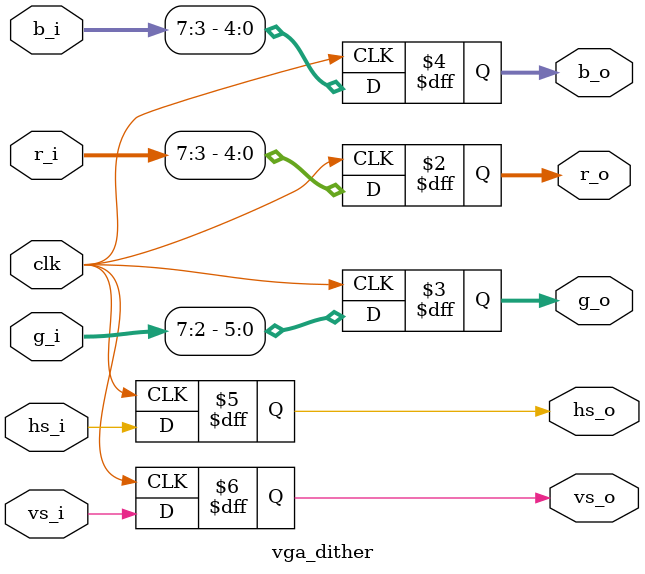
<source format=v>

module vga_dither (
	input        clk,

	input  [7:0] r_i,
	input  [7:0] g_i,
	input  [7:0] b_i,
	input        hs_i,
	input        vs_i,

	output reg [4:0] r_o,
	output reg [5:0] g_o,
	output reg [4:0] b_o,
	output reg       hs_o,
	output reg       vs_o
	);

	always @(posedge clk) begin
		r_o[4:0] <= r_i[7:3];
		g_o[5:0] <= g_i[7:2];
		b_o[4:0] <= b_i[7:3];

		hs_o     <= hs_i;
		vs_o     <= vs_i;
	end

endmodule

</source>
